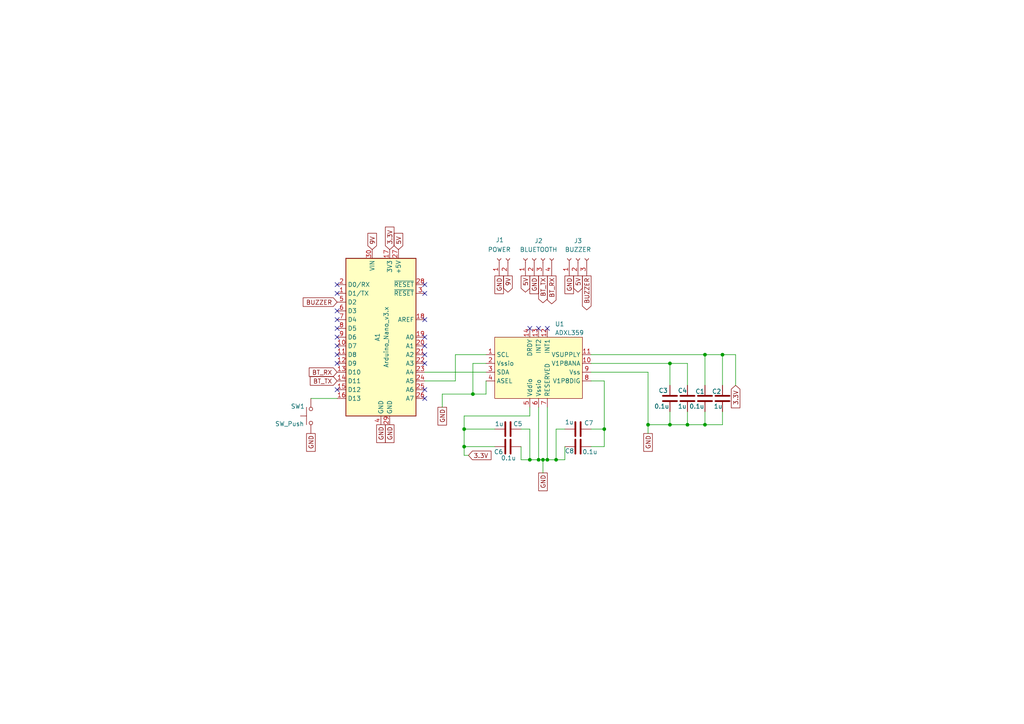
<source format=kicad_sch>
(kicad_sch (version 20231120) (generator "eeschema") (generator_version "8.0")
  (paper "A4")
  (title_block (title "Détecteur de Chute") (date "2024-11-16") (rev "V1.1") (company "Grenoble INP - ESISAR") (comment 1 "BARCELA Léo") (comment 2 "E SILVA NETO José de Deus"))
  (lib_symbols
    (symbol "Connector:Conn_01x02_Female" (pin_names (offset 1.016) hide)
      (property "Reference" "J" (at 0 2.54 0))
      (property "Value" "Conn_01x02_Female" (at 0 -5.08 0))
      (symbol "Conn_01x02_Female_1_1"
        (arc (start 0 -2.032) (mid -0.5058 -2.54) (end 0 -3.048) (stroke (width 0.1524)))
        (polyline (pts (xy -1.27 -2.54) (xy -0.508 -2.54)) (stroke (width 0.1524)))
        (polyline (pts (xy -1.27 0) (xy -0.508 0)) (stroke (width 0.1524)))
        (arc (start 0 0.508) (mid -0.5058 0) (end 0 -0.508) (stroke (width 0.1524)))
        (pin passive line (at -5.08 0 0) (length 3.81) (name "Pin_1") (number "1"))
        (pin passive line (at -5.08 -2.54 0) (length 3.81) (name "Pin_2") (number "2"))
      )
    )
    (symbol "Connector:Conn_01x03_Female" (pin_names (offset 1.016) hide)
      (property "Reference" "J" (at 0 5.08 0))
      (property "Value" "Conn_01x03_Female" (at 0 -5.08 0))
      (symbol "Conn_01x03_Female_1_1"
        (arc (start 0 -2.032) (mid -0.5058 -2.54) (end 0 -3.048) (stroke (width 0.1524)))
        (polyline (pts (xy -1.27 -2.54) (xy -0.508 -2.54)) (stroke (width 0.1524)))
        (polyline (pts (xy -1.27 0) (xy -0.508 0)) (stroke (width 0.1524)))
        (polyline (pts (xy -1.27 2.54) (xy -0.508 2.54)) (stroke (width 0.1524)))
        (arc (start 0 0.508) (mid -0.5058 0) (end 0 -0.508) (stroke (width 0.1524)))
        (arc (start 0 3.048) (mid -0.5058 2.54) (end 0 2.032) (stroke (width 0.1524)))
        (pin passive line (at -5.08 2.54 0) (length 3.81) (name "Pin_1") (number "1"))
        (pin passive line (at -5.08 0 0) (length 3.81) (name "Pin_2") (number "2"))
        (pin passive line (at -5.08 -2.54 0) (length 3.81) (name "Pin_3") (number "3"))
      )
    )
    (symbol "Connector:Conn_01x04_Female" (pin_names (offset 1.016) hide)
      (property "Reference" "J" (at 0 5.08 0))
      (property "Value" "Conn_01x04_Female" (at 0 -7.62 0))
      (symbol "Conn_01x04_Female_1_1"
        (arc (start 0 -4.572) (mid -0.5058 -5.08) (end 0 -5.588) (stroke (width 0.1524)))
        (arc (start 0 -2.032) (mid -0.5058 -2.54) (end 0 -3.048) (stroke (width 0.1524)))
        (polyline (pts (xy -1.27 -5.08) (xy -0.508 -5.08)) (stroke (width 0.1524)))
        (polyline (pts (xy -1.27 -2.54) (xy -0.508 -2.54)) (stroke (width 0.1524)))
        (polyline (pts (xy -1.27 0) (xy -0.508 0)) (stroke (width 0.1524)))
        (polyline (pts (xy -1.27 2.54) (xy -0.508 2.54)) (stroke (width 0.1524)))
        (arc (start 0 0.508) (mid -0.5058 0) (end 0 -0.508) (stroke (width 0.1524)))
        (arc (start 0 3.048) (mid -0.5058 2.54) (end 0 2.032) (stroke (width 0.1524)))
        (pin passive line (at -5.08 2.54 0) (length 3.81) (name "Pin_1") (number "1"))
        (pin passive line (at -5.08 0 0) (length 3.81) (name "Pin_2") (number "2"))
        (pin passive line (at -5.08 -2.54 0) (length 3.81) (name "Pin_3") (number "3"))
        (pin passive line (at -5.08 -5.08 0) (length 3.81) (name "Pin_4") (number "4"))
      )
    )
    (symbol "Device:C" (pin_numbers hide) (pin_names (offset 0.254))
      (property "Reference" "C" (at 0.635 2.54 0))
      (property "Value" "C" (at 0.635 -2.54 0))
      (symbol "C_0_1"
        (polyline (pts (xy -2.032 -0.762) (xy 2.032 -0.762)) (stroke (width 0.508)))
        (polyline (pts (xy -2.032 0.762) (xy 2.032 0.762)) (stroke (width 0.508)))
      )
      (symbol "C_1_1"
        (pin passive line (at 0 3.81 270) (length 2.794) (name "~") (number "1"))
        (pin passive line (at 0 -3.81 90) (length 2.794) (name "~") (number "2"))
      )
    )
    (symbol "MCU_Module:Arduino_Nano_v3.x"
      (property "Reference" "A" (at -10.16 23.495 0))
      (property "Value" "Arduino_Nano_v3.x" (at 5.08 -24.13 0))
      (symbol "Arduino_Nano_v3.x_0_1"
        (rectangle (start -10.16 22.86) (end 10.16 -22.86) (stroke (width 0.254)) (fill (type background)))
      )
      (symbol "Arduino_Nano_v3.x_1_1"
        (pin bidirectional line (at -12.7 12.7 0) (length 2.54) (name "D1/TX") (number "1"))
        (pin bidirectional line (at -12.7 -2.54 0) (length 2.54) (name "D7") (number "10"))
        (pin bidirectional line (at -12.7 -5.08 0) (length 2.54) (name "D8") (number "11"))
        (pin bidirectional line (at -12.7 -7.62 0) (length 2.54) (name "D9") (number "12"))
        (pin bidirectional line (at -12.7 -10.16 0) (length 2.54) (name "D10") (number "13"))
        (pin bidirectional line (at -12.7 -12.7 0) (length 2.54) (name "D11") (number "14"))
        (pin bidirectional line (at -12.7 -15.24 0) (length 2.54) (name "D12") (number "15"))
        (pin bidirectional line (at -12.7 -17.78 0) (length 2.54) (name "D13") (number "16"))
        (pin power_out line (at 2.54 25.4 270) (length 2.54) (name "3V3") (number "17"))
        (pin input line (at 12.7 5.08 180) (length 2.54) (name "AREF") (number "18"))
        (pin bidirectional line (at 12.7 0 180) (length 2.54) (name "A0") (number "19"))
        (pin bidirectional line (at -12.7 15.24 0) (length 2.54) (name "D0/RX") (number "2"))
        (pin bidirectional line (at 12.7 -2.54 180) (length 2.54) (name "A1") (number "20"))
        (pin bidirectional line (at 12.7 -5.08 180) (length 2.54) (name "A2") (number "21"))
        (pin bidirectional line (at 12.7 -7.62 180) (length 2.54) (name "A3") (number "22"))
        (pin bidirectional line (at 12.7 -10.16 180) (length 2.54) (name "A4") (number "23"))
        (pin bidirectional line (at 12.7 -12.7 180) (length 2.54) (name "A5") (number "24"))
        (pin bidirectional line (at 12.7 -15.24 180) (length 2.54) (name "A6") (number "25"))
        (pin bidirectional line (at 12.7 -17.78 180) (length 2.54) (name "A7") (number "26"))
        (pin power_out line (at 5.08 25.4 270) (length 2.54) (name "+5V") (number "27"))
        (pin input line (at 12.7 15.24 180) (length 2.54) (name "~{RESET}") (number "28"))
        (pin power_in line (at 2.54 -25.4 90) (length 2.54) (name "GND") (number "29"))
        (pin input line (at 12.7 12.7 180) (length 2.54) (name "~{RESET}") (number "3"))
        (pin power_in line (at -2.54 25.4 270) (length 2.54) (name "VIN") (number "30"))
        (pin power_in line (at 0 -25.4 90) (length 2.54) (name "GND") (number "4"))
        (pin bidirectional line (at -12.7 10.16 0) (length 2.54) (name "D2") (number "5"))
        (pin bidirectional line (at -12.7 7.62 0) (length 2.54) (name "D3") (number "6"))
        (pin bidirectional line (at -12.7 5.08 0) (length 2.54) (name "D4") (number "7"))
        (pin bidirectional line (at -12.7 2.54 0) (length 2.54) (name "D5") (number "8"))
        (pin bidirectional line (at -12.7 0 0) (length 2.54) (name "D6") (number "9"))
      )
    )
    (symbol "Switch:SW_Push" (pin_numbers hide) (pin_names (offset 1.016) hide)
      (property "Reference" "SW" (at 1.27 2.54 0))
      (property "Value" "SW_Push" (at 0 -1.524 0))
      (symbol "SW_Push_0_1"
        (circle (center -2.032 0) (radius 0.508))
        (polyline (pts (xy 0 1.27) (xy 0 3.048)))
        (polyline (pts (xy 2.54 1.27) (xy -2.54 1.27)))
        (circle (center 2.032 0) (radius 0.508))
        (pin passive line (at -5.08 0 0) (length 2.54) (name "1") (number "1"))
        (pin passive line (at 5.08 0 180) (length 2.54) (name "2") (number "2"))
      )
    )
    (symbol "ee410-library:ADXL359"
      (property "Reference" "U" (at 0 0 0))
      (symbol "ADXL359_1_1"
        (polyline (pts (xy -12.7 8.89) (xy 12.7 8.89) (xy 12.7 -8.89) (xy -12.7 -8.89) (xy -12.7 8.89)) (fill (type background)))
        (pin bidirectional line (at -15.24 3.81 0) (length 2.54) (name "SCL") (number "1"))
        (pin power_in line (at 15.24 1.27 180) (length 2.54) (name "V1P8ANA") (number "10"))
        (pin power_in line (at 15.24 3.81 180) (length 2.54) (name "VSUPPLY") (number "11"))
        (pin input line (at 2.54 11.43 270) (length 2.54) (name "INT1") (number "12"))
        (pin input line (at 0 11.43 270) (length 2.54) (name "INT2") (number "13"))
        (pin output line (at -2.54 11.43 270) (length 2.54) (name "DRDY") (number "14"))
        (pin input line (at -15.24 1.27 0) (length 2.54) (name "Vssio") (number "2"))
        (pin bidirectional line (at -15.24 -1.27 0) (length 2.54) (name "SDA") (number "3"))
        (pin bidirectional line (at -15.24 -3.81 0) (length 2.54) (name "ASEL") (number "4"))
        (pin power_in line (at -2.54 -11.43 90) (length 2.54) (name "Vddio") (number "5"))
        (pin passive line (at 0 -11.43 90) (length 2.54) (name "Vssio") (number "6"))
        (pin passive line (at 2.54 -11.43 90) (length 2.54) (name "RESERVED") (number "7"))
        (pin power_in line (at 15.24 -3.81 180) (length 2.54) (name "V1P8DIG") (number "8"))
        (pin passive line (at 15.24 -1.27 180) (length 2.54) (name "Vss") (number "9"))
      )
    )
  )
  (junction (at 199.39 123.19))
  (junction (at 204.47 102.87))
  (junction (at 209.55 102.87))
  (junction (at 175.26 124.46))
  (junction (at 153.67 133.35))
  (junction (at 157.48 133.35))
  (junction (at 161.29 133.35))
  (junction (at 134.62 124.46))
  (junction (at 137.16 114.3))
  (junction (at 156.21 133.35))
  (junction (at 194.31 105.41))
  (junction (at 134.62 129.54))
  (junction (at 194.31 123.19))
  (junction (at 158.75 133.35))
  (junction (at 204.47 123.19))
  (junction (at 187.96 123.19))
  (no_connect (at 123.19 97.79))
  (no_connect (at 158.75 95.25))
  (no_connect (at 123.19 82.55))
  (no_connect (at 123.19 105.41))
  (no_connect (at 123.19 85.09))
  (no_connect (at 123.19 92.71))
  (no_connect (at 97.79 90.17))
  (no_connect (at 123.19 113.03))
  (no_connect (at 97.79 97.79))
  (no_connect (at 156.21 95.25))
  (no_connect (at 97.79 105.41))
  (no_connect (at 97.79 85.09))
  (no_connect (at 153.67 95.25))
  (no_connect (at 97.79 92.71))
  (no_connect (at 97.79 102.87))
  (no_connect (at 97.79 82.55))
  (no_connect (at 123.19 115.57))
  (no_connect (at 97.79 113.03))
  (no_connect (at 97.79 100.33))
  (no_connect (at 123.19 102.87))
  (no_connect (at 123.19 100.33))
  (no_connect (at 97.79 95.25))
  (wire (pts (xy 204.47 102.87) (xy 209.55 102.87)))
  (wire (pts (xy 171.45 105.41) (xy 194.31 105.41)))
  (wire (pts (xy 123.19 107.95) (xy 140.97 107.95)))
  (wire (pts (xy 153.67 133.35) (xy 151.13 133.35)))
  (wire (pts (xy 187.96 123.19) (xy 187.96 125.73)))
  (wire (pts (xy 204.47 123.19) (xy 209.55 123.19)))
  (wire (pts (xy 153.67 124.46) (xy 153.67 133.35)))
  (wire (pts (xy 194.31 105.41) (xy 194.31 111.76)))
  (wire (pts (xy 123.19 110.49) (xy 132.08 110.49)))
  (wire (pts (xy 161.29 133.35) (xy 158.75 133.35)))
  (wire (pts (xy 163.83 129.54) (xy 163.83 133.35)))
  (wire (pts (xy 204.47 119.38) (xy 204.47 123.19)))
  (wire (pts (xy 171.45 124.46) (xy 175.26 124.46)))
  (wire (pts (xy 194.31 119.38) (xy 194.31 123.19)))
  (wire (pts (xy 175.26 129.54) (xy 175.26 124.46)))
  (wire (pts (xy 134.62 120.65) (xy 134.62 124.46)))
  (wire (pts (xy 163.83 124.46) (xy 161.29 124.46)))
  (wire (pts (xy 213.36 102.87) (xy 209.55 102.87)))
  (wire (pts (xy 209.55 102.87) (xy 209.55 111.76)))
  (wire (pts (xy 137.16 114.3) (xy 140.97 114.3)))
  (wire (pts (xy 171.45 102.87) (xy 204.47 102.87)))
  (wire (pts (xy 163.83 133.35) (xy 161.29 133.35)))
  (wire (pts (xy 171.45 110.49) (xy 175.26 110.49)))
  (wire (pts (xy 187.96 107.95) (xy 187.96 123.19)))
  (wire (pts (xy 134.62 120.65) (xy 153.67 120.65)))
  (wire (pts (xy 134.62 129.54) (xy 143.51 129.54)))
  (wire (pts (xy 175.26 124.46) (xy 175.26 110.49)))
  (wire (pts (xy 151.13 124.46) (xy 153.67 124.46)))
  (wire (pts (xy 158.75 118.11) (xy 158.75 133.35)))
  (wire (pts (xy 156.21 118.11) (xy 156.21 133.35)))
  (wire (pts (xy 158.75 133.35) (xy 157.48 133.35)))
  (wire (pts (xy 209.55 119.38) (xy 209.55 123.19)))
  (wire (pts (xy 153.67 120.65) (xy 153.67 118.11)))
  (wire (pts (xy 194.31 123.19) (xy 199.39 123.19)))
  (wire (pts (xy 137.16 105.41) (xy 137.16 114.3)))
  (wire (pts (xy 171.45 107.95) (xy 187.96 107.95)))
  (wire (pts (xy 157.48 133.35) (xy 156.21 133.35)))
  (wire (pts (xy 134.62 129.54) (xy 134.62 132.08)))
  (wire (pts (xy 140.97 110.49) (xy 140.97 114.3)))
  (wire (pts (xy 187.96 123.19) (xy 194.31 123.19)))
  (wire (pts (xy 213.36 102.87) (xy 213.36 111.76)))
  (wire (pts (xy 199.39 105.41) (xy 194.31 105.41)))
  (wire (pts (xy 199.39 105.41) (xy 199.39 111.76)))
  (wire (pts (xy 161.29 124.46) (xy 161.29 133.35)))
  (wire (pts (xy 137.16 105.41) (xy 140.97 105.41)))
  (wire (pts (xy 128.27 114.3) (xy 137.16 114.3)))
  (wire (pts (xy 134.62 124.46) (xy 143.51 124.46)))
  (wire (pts (xy 128.27 114.3) (xy 128.27 118.11)))
  (wire (pts (xy 132.08 102.87) (xy 140.97 102.87)))
  (wire (pts (xy 156.21 133.35) (xy 153.67 133.35)))
  (wire (pts (xy 90.17 115.57) (xy 97.79 115.57)))
  (wire (pts (xy 134.62 132.08) (xy 135.89 132.08)))
  (wire (pts (xy 134.62 124.46) (xy 134.62 129.54)))
  (wire (pts (xy 199.39 123.19) (xy 204.47 123.19)))
  (wire (pts (xy 171.45 129.54) (xy 175.26 129.54)))
  (wire (pts (xy 132.08 110.49) (xy 132.08 102.87)))
  (wire (pts (xy 157.48 133.35) (xy 157.48 137.16)))
  (wire (pts (xy 151.13 129.54) (xy 151.13 133.35)))
  (wire (pts (xy 199.39 119.38) (xy 199.39 123.19)))
  (wire (pts (xy 204.47 102.87) (xy 204.47 111.76)))
  (global_label "GND" (shape passive) (at 144.78 80.01 270) (property "Intersheetrefs" "${INTERSHEET_REFS}" (effects (hide yes))))
  (global_label "3.3V" (shape input) (at 113.03 72.39 90) (property "Intersheetrefs" "${INTERSHEET_REFS}" (effects (hide yes))))
  (global_label "5V" (shape input) (at 115.57 72.39 90) (property "Intersheetrefs" "${INTERSHEET_REFS}" (effects (hide yes))))
  (global_label "GND" (shape passive) (at 187.96 125.73 270) (property "Intersheetrefs" "${INTERSHEET_REFS}" (effects (hide yes))))
  (global_label "GND" (shape passive) (at 157.48 137.16 270) (property "Intersheetrefs" "${INTERSHEET_REFS}" (effects (hide yes))))
  (global_label "3.3V" (shape input) (at 213.36 111.76 270) (property "Intersheetrefs" "${INTERSHEET_REFS}" (effects (hide yes))))
  (global_label "5V" (shape output) (at 167.64 80.01 270) (property "Intersheetrefs" "${INTERSHEET_REFS}" (effects (hide yes))))
  (global_label "GND" (shape passive) (at 90.17 125.73 270) (property "Intersheetrefs" "${INTERSHEET_REFS}" (effects (hide yes))))
  (global_label "BUZZER" (shape input) (at 97.79 87.63 180) (property "Intersheetrefs" "${INTERSHEET_REFS}" (effects (hide yes))))
  (global_label "9V" (shape output) (at 147.32 80.01 270) (property "Intersheetrefs" "${INTERSHEET_REFS}" (effects (hide yes))))
  (global_label "3.3V" (shape input) (at 135.89 132.08 0) (property "Intersheetrefs" "${INTERSHEET_REFS}" (effects (hide yes))))
  (global_label "BT_RX" (shape input) (at 97.79 107.95 180) (property "Intersheetrefs" "${INTERSHEET_REFS}" (effects (hide yes))))
  (global_label "BUZZER" (shape output) (at 170.18 80.01 270) (property "Intersheetrefs" "${INTERSHEET_REFS}" (effects (hide yes))))
  (global_label "GND" (shape passive) (at 110.49 123.19 270) (property "Intersheetrefs" "${INTERSHEET_REFS}" (effects (hide yes))))
  (global_label "GND" (shape passive) (at 154.94 80.01 270) (property "Intersheetrefs" "${INTERSHEET_REFS}" (effects (hide yes))))
  (global_label "BT_RX" (shape output) (at 160.02 80.01 270) (property "Intersheetrefs" "${INTERSHEET_REFS}" (effects (hide yes))))
  (global_label "BT_TX" (shape output) (at 157.48 80.01 270) (property "Intersheetrefs" "${INTERSHEET_REFS}" (effects (hide yes))))
  (global_label "GND" (shape passive) (at 128.27 118.11 270) (property "Intersheetrefs" "${INTERSHEET_REFS}" (effects (hide yes))))
  (global_label "GND" (shape passive) (at 113.03 123.19 270) (property "Intersheetrefs" "${INTERSHEET_REFS}" (effects (hide yes))))
  (global_label "5V" (shape output) (at 152.4 80.01 270) (property "Intersheetrefs" "${INTERSHEET_REFS}" (effects (hide yes))))
  (global_label "9V" (shape input) (at 107.95 72.39 90) (property "Intersheetrefs" "${INTERSHEET_REFS}" (effects (hide yes))))
  (global_label "GND" (shape passive) (at 165.1 80.01 270) (property "Intersheetrefs" "${INTERSHEET_REFS}" (effects (hide yes))))
  (global_label "BT_TX" (shape input) (at 97.79 110.49 180) (property "Intersheetrefs" "${INTERSHEET_REFS}" (effects (hide yes))))
  (symbol (lib_id "Device:C") (at 147.32 124.46 270) (unit 1)
    (property "Reference" "C5" (at 148.844 122.936 90) (effects (justify left)))
    (property "Value" "1u" (at 143.51 122.936 90) (effects (justify left)))
    (property "Footprint" "Capacitor_SMD:C_1206_3216Metric" (effects (hide yes)))
    (property "Description" "Unpolarized capacitor" (effects (hide yes)))
  )
  (symbol (lib_id "Device:C") (at 167.64 129.54 270) (unit 1)
    (property "Reference" "C8" (at 163.83 130.81 90) (effects (justify left)))
    (property "Value" "0.1u" (at 168.91 131.064 90) (effects (justify left)))
    (property "Footprint" "Capacitor_SMD:C_1206_3216Metric" (effects (hide yes)))
    (property "Description" "Unpolarized capacitor" (effects (hide yes)))
  )
  (symbol (lib_id "Device:C") (at 167.64 124.46 270) (unit 1)
    (property "Reference" "C7" (at 169.418 122.682 90) (effects (justify left)))
    (property "Value" "1u" (at 163.83 122.428 90) (effects (justify left)))
    (property "Footprint" "Capacitor_SMD:C_1206_3216Metric" (effects (hide yes)))
    (property "Description" "Unpolarized capacitor" (effects (hide yes)))
  )
  (symbol (lib_id "Device:C") (at 194.31 115.57 0) (unit 1)
    (property "Reference" "C3" (at 191.008 113.284 0) (effects (justify left)))
    (property "Value" "0.1u" (at 189.738 117.856 0) (effects (justify left)))
    (property "Footprint" "Capacitor_SMD:C_1206_3216Metric" (effects (hide yes)))
    (property "Description" "Unpolarized capacitor" (effects (hide yes)))
  )
  (symbol (lib_id "Connector:Conn_01x03_Female") (at 167.64 74.93 90) (unit 1)
    (property "Reference" "J3" (at 167.64 69.85 90))
    (property "Value" "BUZZER" (at 167.64 72.39 90))
    (property "Footprint" "Connector_PinSocket_1.00mm:PinSocket_1x03_P1.00mm_Vertical" (effects (hide yes)))
    (property "Description" "Generic connector, single row, 01x03, script generated (kicad-library-utils/schlib/autogen/connector/)" (effects (hide yes)))
  )
  (symbol (lib_id "Device:C") (at 209.55 115.57 0) (unit 1)
    (property "Reference" "C2" (at 206.502 113.538 0) (effects (justify left)))
    (property "Value" "1u" (at 207.01 117.856 0) (effects (justify left)))
    (property "Footprint" "Capacitor_SMD:C_1206_3216Metric" (effects (hide yes)))
    (property "Description" "Unpolarized capacitor" (effects (hide yes)))
  )
  (symbol (lib_id "Connector:Conn_01x02_Female") (at 144.78 74.93 90) (unit 1)
    (property "Reference" "J1" (at 143.764 69.596 90) (effects (justify right)))
    (property "Value" "POWER" (at 141.478 72.39 90) (effects (justify right)))
    (property "Footprint" "Connector_PinSocket_1.00mm:PinSocket_1x02_P1.00mm_Vertical" (effects (hide yes)))
    (property "Description" "Generic connector, single row, 01x02, script generated (kicad-library-utils/schlib/autogen/connector/)" (effects (hide yes)))
  )
  (symbol (lib_id "MCU_Module:Arduino_Nano_v3.x") (at 110.49 97.79 0) (unit 1)
    (property "Reference" "A1" (at 109.474 99.06 90) (effects (justify left)))
    (property "Value" "Arduino_Nano_v3.x" (at 112.014 106.68 90) (effects (justify left)))
    (property "Footprint" "Module:Arduino_Nano" (effects (hide yes)))
    (property "Datasheet" "http://www.mouser.com/pdfdocs/Gravitech_Arduino_Nano3_0.pdf" (effects (hide yes)))
    (property "Description" "Arduino Nano v3.x" (effects (hide yes)))
  )
  (symbol (lib_id "Device:C") (at 199.39 115.57 0) (unit 1)
    (property "Reference" "C4" (at 196.596 113.284 0) (effects (justify left)))
    (property "Value" "1u" (at 196.596 117.856 0) (effects (justify left)))
    (property "Footprint" "Capacitor_SMD:C_1206_3216Metric" (effects (hide yes)))
    (property "Description" "Unpolarized capacitor" (effects (hide yes)))
  )
  (symbol (lib_id "Device:C") (at 147.32 129.54 270) (unit 1)
    (property "Reference" "C6" (at 143.256 131.064 90) (effects (justify left)))
    (property "Value" "0.1u" (at 145.288 132.842 90) (effects (justify left)))
    (property "Footprint" "Capacitor_SMD:C_1206_3216Metric" (effects (hide yes)))
    (property "Description" "Unpolarized capacitor" (effects (hide yes)))
  )
  (symbol (lib_id "Connector:Conn_01x04_Female") (at 154.94 74.93 90) (unit 1)
    (property "Reference" "J2" (at 156.21 69.85 90))
    (property "Value" "BLUETOOTH" (at 156.21 72.39 90))
    (property "Footprint" "Connector_PinSocket_1.00mm:PinSocket_1x04_P1.00mm_Vertical" (effects (hide yes)))
    (property "Description" "Generic connector, single row, 01x04, script generated (kicad-library-utils/schlib/autogen/connector/)" (effects (hide yes)))
  )
  (symbol (lib_id "Switch:SW_Push") (at 90.17 120.65 90) (unit 1)
    (property "Reference" "SW1" (at 84.328 117.856 90) (effects (justify right)))
    (property "Value" "SW_Push" (at 79.756 122.936 90) (effects (justify right)))
    (property "Footprint" "Button_Switch_THT:SW_PUSH_6mm" (effects (hide yes)))
    (property "Description" "Push button switch, generic, two pins" (effects (hide yes)))
  )
  (symbol (lib_id "Device:C") (at 204.47 115.57 0) (unit 1)
    (property "Reference" "C1" (at 201.676 113.538 0) (effects (justify left)))
    (property "Value" "0.1u" (at 199.898 117.856 0) (effects (justify left)))
    (property "Footprint" "Capacitor_SMD:C_1206_3216Metric" (effects (hide yes)))
    (property "Description" "Unpolarized capacitor" (effects (hide yes)))
  )
  (symbol (lib_id "ee410-library:ADXL359") (at 156.21 106.68 0) (unit 1)
    (property "Reference" "U1" (at 160.9441 93.98 0) (effects (justify left)))
    (property "Value" "ADXL359" (at 160.9441 96.52 0) (effects (justify left)))
    (property "Footprint" "lowprint-pcb-ee410:ADXL359" (effects (hide yes)))
  )
)
</source>
